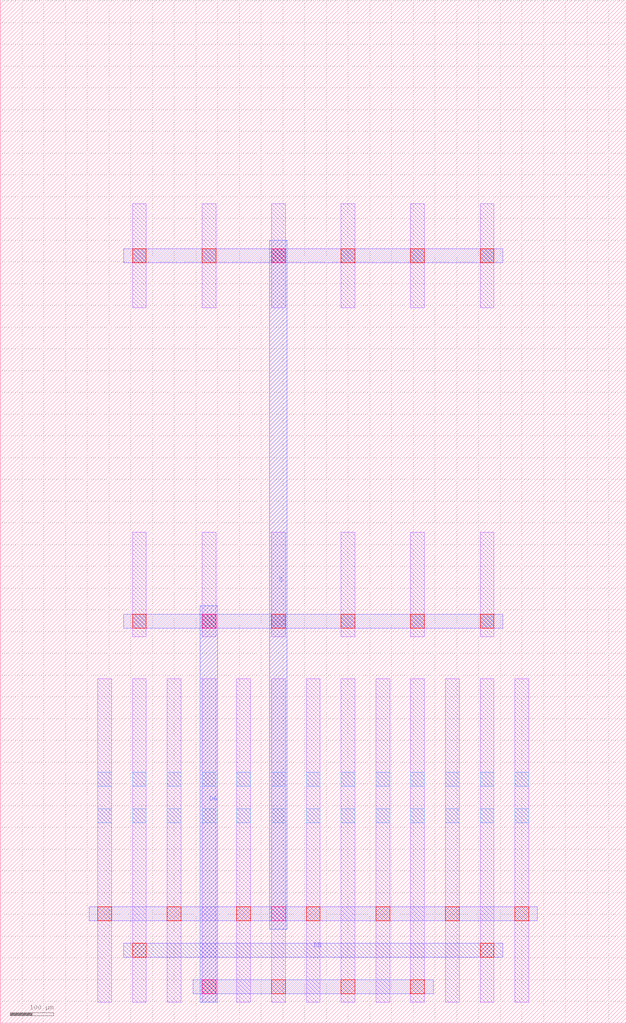
<source format=lef>
MACRO SCM_NMOS_57551371
  UNITS 
    DATABASE MICRONS UNITS 1000;
  END UNITS 
  ORIGIN 0 0 ;
  FOREIGN SCM_NMOS_57551371 0 0 ;
  SIZE 1440 BY 2352 ;
  PIN DA
    DIRECTION INOUT ;
    USE SIGNAL ;
    PORT
      LAYER M3 ;
        RECT 460 48 500 960 ;
    END
  END DA
  PIN DB
    DIRECTION INOUT ;
    USE SIGNAL ;
    PORT
      LAYER M2 ;
        RECT 284 152 1156 184 ;
    END
  END DB
  PIN S
    DIRECTION INOUT ;
    USE SIGNAL ;
    PORT
      LAYER M3 ;
        RECT 620 216 660 1800 ;
    END
  END S
  OBS
    LAYER M1 ;
      RECT 304 48 336 792 ;
    LAYER M1 ;
      RECT 304 888 336 1128 ;
    LAYER M1 ;
      RECT 304 1644 336 1884 ;
    LAYER M1 ;
      RECT 224 48 256 792 ;
    LAYER M1 ;
      RECT 384 48 416 792 ;
    LAYER M1 ;
      RECT 464 48 496 792 ;
    LAYER M1 ;
      RECT 464 888 496 1128 ;
    LAYER M1 ;
      RECT 464 1644 496 1884 ;
    LAYER M1 ;
      RECT 544 48 576 792 ;
    LAYER M1 ;
      RECT 624 48 656 792 ;
    LAYER M1 ;
      RECT 624 888 656 1128 ;
    LAYER M1 ;
      RECT 624 1644 656 1884 ;
    LAYER M1 ;
      RECT 704 48 736 792 ;
    LAYER M1 ;
      RECT 784 48 816 792 ;
    LAYER M1 ;
      RECT 784 888 816 1128 ;
    LAYER M1 ;
      RECT 784 1644 816 1884 ;
    LAYER M1 ;
      RECT 864 48 896 792 ;
    LAYER M1 ;
      RECT 944 48 976 792 ;
    LAYER M1 ;
      RECT 944 888 976 1128 ;
    LAYER M1 ;
      RECT 944 1644 976 1884 ;
    LAYER M1 ;
      RECT 1024 48 1056 792 ;
    LAYER M1 ;
      RECT 1104 48 1136 792 ;
    LAYER M1 ;
      RECT 1104 888 1136 1128 ;
    LAYER M1 ;
      RECT 1104 1644 1136 1884 ;
    LAYER M1 ;
      RECT 1184 48 1216 792 ;
    LAYER M2 ;
      RECT 444 68 996 100 ;
    LAYER M2 ;
      RECT 284 908 1156 940 ;
    LAYER M2 ;
      RECT 284 1748 1156 1780 ;
    LAYER M2 ;
      RECT 204 236 1236 268 ;
    LAYER V1 ;
      RECT 624 68 656 100 ;
    LAYER V1 ;
      RECT 624 908 656 940 ;
    LAYER V1 ;
      RECT 624 1748 656 1780 ;
    LAYER V1 ;
      RECT 784 68 816 100 ;
    LAYER V1 ;
      RECT 784 908 816 940 ;
    LAYER V1 ;
      RECT 784 1748 816 1780 ;
    LAYER V1 ;
      RECT 944 68 976 100 ;
    LAYER V1 ;
      RECT 944 908 976 940 ;
    LAYER V1 ;
      RECT 944 1748 976 1780 ;
    LAYER V1 ;
      RECT 464 68 496 100 ;
    LAYER V1 ;
      RECT 464 908 496 940 ;
    LAYER V1 ;
      RECT 464 1748 496 1780 ;
    LAYER V1 ;
      RECT 304 152 336 184 ;
    LAYER V1 ;
      RECT 304 908 336 940 ;
    LAYER V1 ;
      RECT 304 1748 336 1780 ;
    LAYER V1 ;
      RECT 1104 152 1136 184 ;
    LAYER V1 ;
      RECT 1104 908 1136 940 ;
    LAYER V1 ;
      RECT 1104 1748 1136 1780 ;
    LAYER V1 ;
      RECT 224 236 256 268 ;
    LAYER V1 ;
      RECT 384 236 416 268 ;
    LAYER V1 ;
      RECT 544 236 576 268 ;
    LAYER V1 ;
      RECT 704 236 736 268 ;
    LAYER V1 ;
      RECT 864 236 896 268 ;
    LAYER V1 ;
      RECT 1024 236 1056 268 ;
    LAYER V1 ;
      RECT 1184 236 1216 268 ;
    LAYER V2 ;
      RECT 464 68 496 100 ;
    LAYER V2 ;
      RECT 464 908 496 940 ;
    LAYER V2 ;
      RECT 624 236 656 268 ;
    LAYER V2 ;
      RECT 624 1748 656 1780 ;
    LAYER V0 ;
      RECT 304 461 336 493 ;
    LAYER V0 ;
      RECT 304 545 336 577 ;
    LAYER V0 ;
      RECT 304 908 336 940 ;
    LAYER V0 ;
      RECT 304 1748 336 1780 ;
    LAYER V0 ;
      RECT 224 461 256 493 ;
    LAYER V0 ;
      RECT 224 545 256 577 ;
    LAYER V0 ;
      RECT 384 461 416 493 ;
    LAYER V0 ;
      RECT 384 461 416 493 ;
    LAYER V0 ;
      RECT 384 545 416 577 ;
    LAYER V0 ;
      RECT 384 545 416 577 ;
    LAYER V0 ;
      RECT 464 461 496 493 ;
    LAYER V0 ;
      RECT 464 545 496 577 ;
    LAYER V0 ;
      RECT 464 908 496 940 ;
    LAYER V0 ;
      RECT 464 1748 496 1780 ;
    LAYER V0 ;
      RECT 544 461 576 493 ;
    LAYER V0 ;
      RECT 544 461 576 493 ;
    LAYER V0 ;
      RECT 544 545 576 577 ;
    LAYER V0 ;
      RECT 544 545 576 577 ;
    LAYER V0 ;
      RECT 624 461 656 493 ;
    LAYER V0 ;
      RECT 624 545 656 577 ;
    LAYER V0 ;
      RECT 624 908 656 940 ;
    LAYER V0 ;
      RECT 624 1748 656 1780 ;
    LAYER V0 ;
      RECT 704 461 736 493 ;
    LAYER V0 ;
      RECT 704 461 736 493 ;
    LAYER V0 ;
      RECT 704 545 736 577 ;
    LAYER V0 ;
      RECT 704 545 736 577 ;
    LAYER V0 ;
      RECT 784 461 816 493 ;
    LAYER V0 ;
      RECT 784 545 816 577 ;
    LAYER V0 ;
      RECT 784 908 816 940 ;
    LAYER V0 ;
      RECT 784 1748 816 1780 ;
    LAYER V0 ;
      RECT 864 461 896 493 ;
    LAYER V0 ;
      RECT 864 461 896 493 ;
    LAYER V0 ;
      RECT 864 545 896 577 ;
    LAYER V0 ;
      RECT 864 545 896 577 ;
    LAYER V0 ;
      RECT 944 461 976 493 ;
    LAYER V0 ;
      RECT 944 545 976 577 ;
    LAYER V0 ;
      RECT 944 908 976 940 ;
    LAYER V0 ;
      RECT 944 1748 976 1780 ;
    LAYER V0 ;
      RECT 1024 461 1056 493 ;
    LAYER V0 ;
      RECT 1024 461 1056 493 ;
    LAYER V0 ;
      RECT 1024 545 1056 577 ;
    LAYER V0 ;
      RECT 1024 545 1056 577 ;
    LAYER V0 ;
      RECT 1104 461 1136 493 ;
    LAYER V0 ;
      RECT 1104 545 1136 577 ;
    LAYER V0 ;
      RECT 1104 908 1136 940 ;
    LAYER V0 ;
      RECT 1104 1748 1136 1780 ;
    LAYER V0 ;
      RECT 1184 461 1216 493 ;
    LAYER V0 ;
      RECT 1184 545 1216 577 ;
  END
END SCM_NMOS_57551371

</source>
